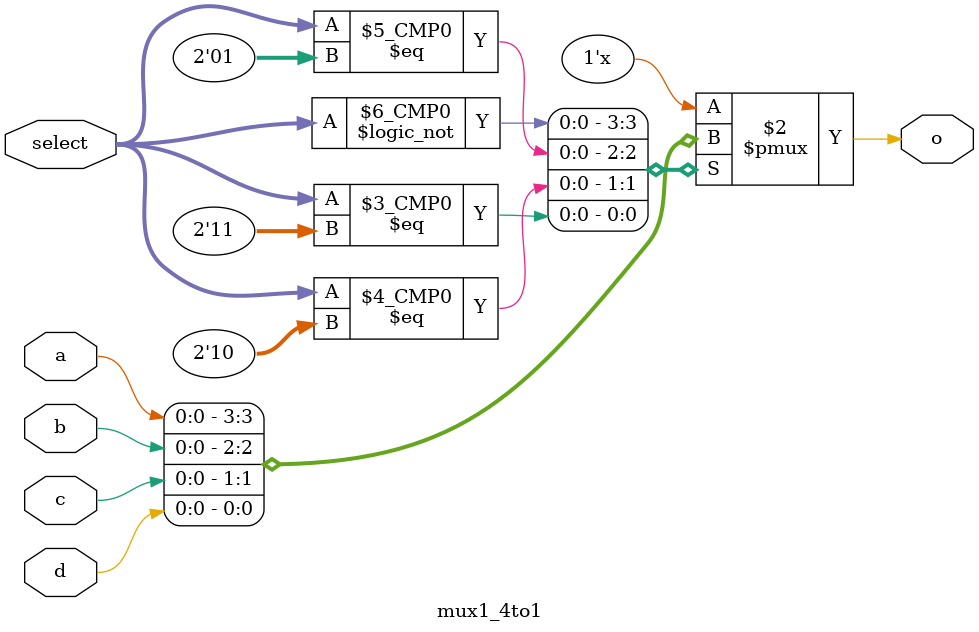
<source format=v>
module mux1_4to1 (a, b, c, d, select, o);
  input a,b,c,d;
  input  [1:0] select;
  output reg o;

  always @(*)
  begin
    case (select)
      2'b00   : o = a;
      2'b01   : o = b;
      2'b10   : o = c;
      2'b11   : o = d;
    endcase
  end
endmodule

</source>
